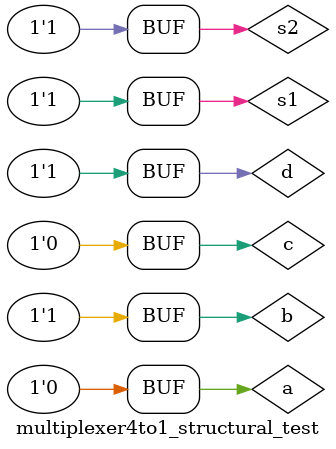
<source format=v>
`timescale 1ns / 1ps


module multiplexer4to1_structural_test;

	// Inputs
	reg a;
	reg b;
	reg c;
	reg d;
	reg s1;
	reg s2;

	// Outputs
	wire cout;

	// Instantiate the Unit Under Test (UUT)
	multiplexer4to1_structural uut (
		.a(a), 
		.b(b), 
		.c(c), 
		.d(d), 
		.s1(s1), 
		.s2(s2), 
		.cout(cout)
	);

	initial begin
		// Initialize Inputs
		a = 0;
		b = 0;
		c = 0;
		d = 0;
		s1 = 0;
		s2 = 0;

		// Wait 100 ns for global reset to finish
		#100;
		#10 a=1;c=1;
		#10 d=1;b=1;
		#10 c=0;a=0;
	
		#10 s2=1;s1=1;
		#10 a=1;c=1;
		#10 d=0;b=0;
		#10 c=0;a=0;
		#10 d=1;b=1;
		
		
        
		// Add stimulus here

	end
	
	initial begin
		$monitor("a = %d, b = %d, c = %d, d = %d, s1 = %d, s2 = %d, cout = %d",a,b,c,d,s1,s2,cout);
	end
      
endmodule


</source>
